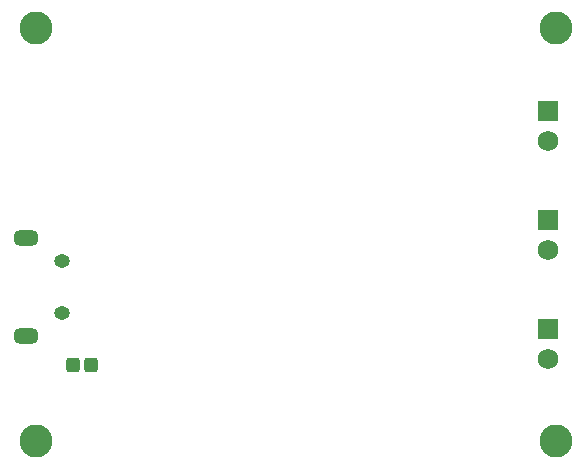
<source format=gbs>
G04*
G04 #@! TF.GenerationSoftware,Altium Limited,Altium Designer,22.7.1 (60)*
G04*
G04 Layer_Color=16711935*
%FSLAX43Y43*%
%MOMM*%
G71*
G04*
G04 #@! TF.SameCoordinates,7409474F-4F03-4729-A62F-D4D918F31FF1*
G04*
G04*
G04 #@! TF.FilePolarity,Negative*
G04*
G01*
G75*
G04:AMPARAMS|DCode=38|XSize=2mm|YSize=1.3mm|CornerRadius=0.41mm|HoleSize=0mm|Usage=FLASHONLY|Rotation=0.000|XOffset=0mm|YOffset=0mm|HoleType=Round|Shape=RoundedRectangle|*
%AMROUNDEDRECTD38*
21,1,2.000,0.480,0,0,0.0*
21,1,1.180,1.300,0,0,0.0*
1,1,0.820,0.590,-0.240*
1,1,0.820,-0.590,-0.240*
1,1,0.820,-0.590,0.240*
1,1,0.820,0.590,0.240*
%
%ADD38ROUNDEDRECTD38*%
%ADD39O,1.350X1.150*%
%ADD40C,1.751*%
%ADD41R,1.751X1.751*%
%ADD42C,2.800*%
G04:AMPARAMS|DCode=78|XSize=1.15mm|YSize=1.17mm|CornerRadius=0.181mm|HoleSize=0mm|Usage=FLASHONLY|Rotation=0.000|XOffset=0mm|YOffset=0mm|HoleType=Round|Shape=RoundedRectangle|*
%AMROUNDEDRECTD78*
21,1,1.150,0.807,0,0,0.0*
21,1,0.788,1.170,0,0,0.0*
1,1,0.363,0.394,-0.404*
1,1,0.363,-0.394,-0.404*
1,1,0.363,-0.394,0.404*
1,1,0.363,0.394,0.404*
%
%ADD78ROUNDEDRECTD78*%
D38*
X2176Y29225D02*
D03*
X2176Y20875D02*
D03*
D39*
X5176Y22825D02*
D03*
Y27275D02*
D03*
D40*
X46375Y19000D02*
D03*
Y28230D02*
D03*
X46375Y37460D02*
D03*
D41*
X46375Y21540D02*
D03*
Y30770D02*
D03*
X46375Y40000D02*
D03*
D42*
X47000Y47000D02*
D03*
Y12000D02*
D03*
X3000D02*
D03*
Y47000D02*
D03*
D78*
X7660Y18500D02*
D03*
X6140Y18500D02*
D03*
M02*

</source>
